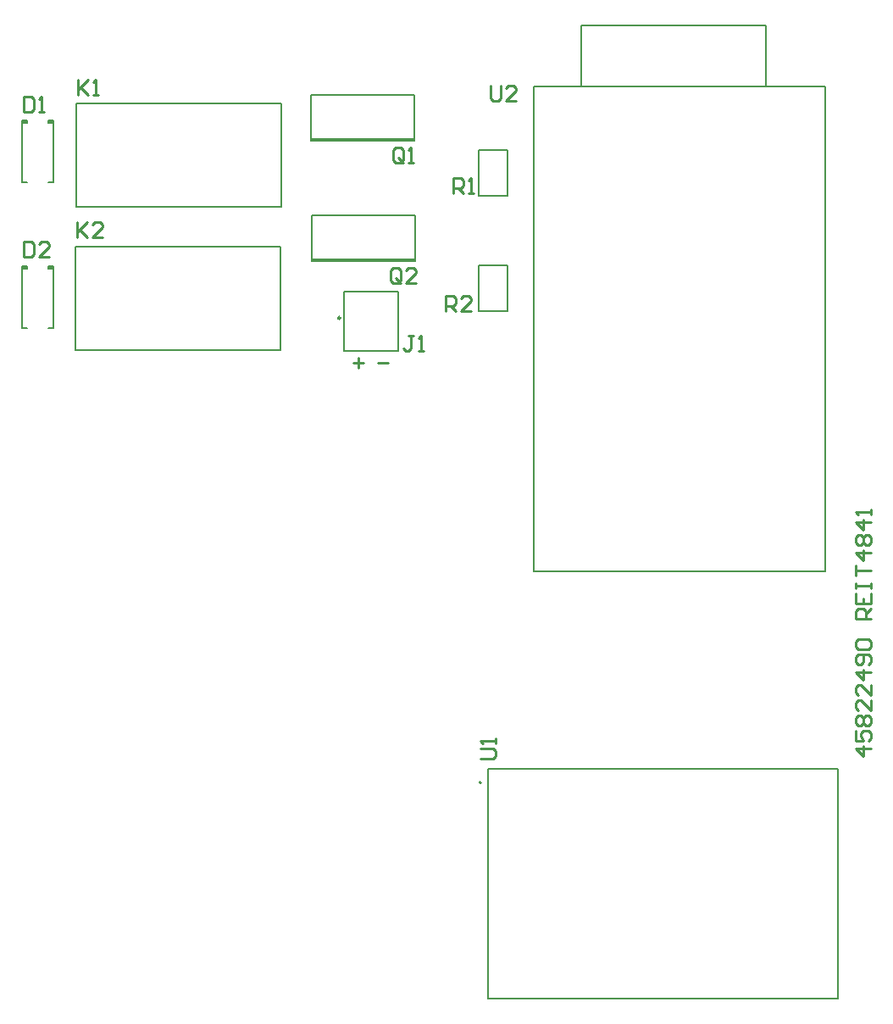
<source format=gto>
G04*
G04 #@! TF.GenerationSoftware,Altium Limited,Altium Designer,21.7.2 (23)*
G04*
G04 Layer_Color=65535*
%FSLAX25Y25*%
%MOIN*%
G70*
G04*
G04 #@! TF.SameCoordinates,BCDA84E1-426D-41BB-A13D-26443B01BCB4*
G04*
G04*
G04 #@! TF.FilePolarity,Positive*
G04*
G01*
G75*
%ADD10C,0.00787*%
%ADD11C,0.00984*%
%ADD12C,0.00500*%
%ADD13C,0.01000*%
%ADD14R,0.02264X0.01378*%
%ADD15R,0.02165X0.01378*%
D10*
X595669Y193307D02*
G03*
X595669Y193307I-394J0D01*
G01*
X594882Y424016D02*
X605905D01*
Y442126D01*
X594882Y424016D02*
Y442126D01*
X605905D01*
X594882Y396850D02*
X605905D01*
X594882Y378740D02*
Y396850D01*
X605905Y378740D02*
Y396850D01*
X594882Y378740D02*
X605905D01*
X415158Y453642D02*
X417028D01*
X415158Y429331D02*
Y453642D01*
X425492D02*
X427264D01*
X427362Y442913D02*
Y453642D01*
Y429331D02*
Y442913D01*
X415158Y429331D02*
X417028D01*
X425492D02*
X427264D01*
X425492Y372244D02*
X427264D01*
X415158D02*
X417028D01*
X427362D02*
Y385827D01*
Y396555D01*
X425492D02*
X427264D01*
X415158Y372244D02*
Y396555D01*
X417028D01*
X528740Y446358D02*
X538878D01*
X559154D02*
X569291D01*
X538878D02*
X559154D01*
X528583Y445669D02*
X569528D01*
Y463779D01*
X528583Y445669D02*
Y463779D01*
X569528D01*
X528898Y416535D02*
X569842D01*
X528898Y398425D02*
Y416535D01*
X569842Y398425D02*
Y416535D01*
X528898Y398425D02*
X569842D01*
X539193Y399114D02*
X559469D01*
X569606D01*
X529055D02*
X539193D01*
X541583Y363161D02*
Y386587D01*
Y363161D02*
X562921D01*
Y386587D01*
X541583D02*
X562921D01*
X516693Y363543D02*
Y404174D01*
X436063Y363543D02*
Y404174D01*
Y363543D02*
X516693D01*
X436063Y404174D02*
X516693D01*
X517126Y419882D02*
Y460512D01*
X436496Y419882D02*
Y460512D01*
Y419882D02*
X517126D01*
X436496Y460512D02*
X517126D01*
X707874Y467126D02*
Y491142D01*
X634941D02*
X707874D01*
X634941Y467323D02*
Y491142D01*
X670728Y467047D02*
X675728D01*
X616240Y276378D02*
Y467047D01*
Y276378D02*
X731201D01*
X731201Y467047D02*
X731201Y276378D01*
X675728Y467047D02*
X731201D01*
X616240D02*
X670728D01*
D11*
X540343Y376055D02*
G03*
X540343Y376055I-492J0D01*
G01*
D12*
X598425Y198819D02*
X736221D01*
Y108268D02*
Y198819D01*
X598425Y108268D02*
Y198819D01*
Y108268D02*
X736221D01*
D13*
X555134Y358283D02*
X559133D01*
X545291Y358314D02*
X549290D01*
X547291Y360314D02*
Y356315D01*
X749000Y206755D02*
X743002D01*
X746001Y203756D01*
Y207755D01*
X743002Y213753D02*
Y209754D01*
X746001D01*
X745001Y211753D01*
Y212753D01*
X746001Y213753D01*
X748000D01*
X749000Y212753D01*
Y210754D01*
X748000Y209754D01*
X744002Y215752D02*
X743002Y216752D01*
Y218751D01*
X744002Y219751D01*
X745001D01*
X746001Y218751D01*
X747001Y219751D01*
X748000D01*
X749000Y218751D01*
Y216752D01*
X748000Y215752D01*
X747001D01*
X746001Y216752D01*
X745001Y215752D01*
X744002D01*
X746001Y216752D02*
Y218751D01*
X749000Y225749D02*
Y221750D01*
X745001Y225749D01*
X744002D01*
X743002Y224749D01*
Y222750D01*
X744002Y221750D01*
X749000Y231747D02*
Y227748D01*
X745001Y231747D01*
X744002D01*
X743002Y230747D01*
Y228748D01*
X744002Y227748D01*
X749000Y236745D02*
X743002D01*
X746001Y233746D01*
Y237745D01*
X748000Y239744D02*
X749000Y240744D01*
Y242743D01*
X748000Y243743D01*
X744002D01*
X743002Y242743D01*
Y240744D01*
X744002Y239744D01*
X745001D01*
X746001Y240744D01*
Y243743D01*
X744002Y245742D02*
X743002Y246742D01*
Y248741D01*
X744002Y249741D01*
X748000D01*
X749000Y248741D01*
Y246742D01*
X748000Y245742D01*
X744002D01*
X749000Y257738D02*
X743002D01*
Y260737D01*
X744002Y261737D01*
X746001D01*
X747001Y260737D01*
Y257738D01*
Y259738D02*
X749000Y261737D01*
X743002Y267735D02*
Y263737D01*
X749000D01*
Y267735D01*
X746001Y263737D02*
Y265736D01*
X743002Y269735D02*
Y271734D01*
Y270734D01*
X749000D01*
Y269735D01*
Y271734D01*
X743002Y274733D02*
Y278732D01*
Y276732D01*
X749000D01*
Y283730D02*
X743002D01*
X746001Y280731D01*
Y284730D01*
X744002Y286729D02*
X743002Y287729D01*
Y289728D01*
X744002Y290728D01*
X745001D01*
X746001Y289728D01*
X747001Y290728D01*
X748000D01*
X749000Y289728D01*
Y287729D01*
X748000Y286729D01*
X747001D01*
X746001Y287729D01*
X745001Y286729D01*
X744002D01*
X746001Y287729D02*
Y289728D01*
X749000Y295726D02*
X743002D01*
X746001Y292727D01*
Y296726D01*
X749000Y298725D02*
Y300725D01*
Y299725D01*
X743002D01*
X744002Y298725D01*
X599332Y467566D02*
Y462568D01*
X600332Y461568D01*
X602331D01*
X603331Y462568D01*
Y467566D01*
X609329Y461568D02*
X605330D01*
X609329Y465567D01*
Y466566D01*
X608329Y467566D01*
X606330D01*
X605330Y466566D01*
X437100Y469898D02*
Y463900D01*
Y465899D01*
X441099Y469898D01*
X438100Y466899D01*
X441099Y463900D01*
X443098D02*
X445097D01*
X444098D01*
Y469898D01*
X443098Y468898D01*
X595426Y202694D02*
X600424D01*
X601424Y203694D01*
Y205693D01*
X600424Y206693D01*
X595426D01*
X601424Y208692D02*
Y210692D01*
Y209692D01*
X595426D01*
X596426Y208692D01*
X581616Y378891D02*
Y384889D01*
X584615D01*
X585614Y383889D01*
Y381890D01*
X584615Y380890D01*
X581616D01*
X583615D02*
X585614Y378891D01*
X591613D02*
X587614D01*
X591613Y382889D01*
Y383889D01*
X590613Y384889D01*
X588614D01*
X587614Y383889D01*
X584584Y425052D02*
Y431050D01*
X587583D01*
X588583Y430051D01*
Y428051D01*
X587583Y427051D01*
X584584D01*
X586583D02*
X588583Y425052D01*
X590582D02*
X592581D01*
X591582D01*
Y431050D01*
X590582Y430051D01*
X563961Y390717D02*
Y394716D01*
X562961Y395716D01*
X560962D01*
X559962Y394716D01*
Y390717D01*
X560962Y389718D01*
X562961D01*
X561962Y391717D02*
X563961Y389718D01*
X562961D02*
X563961Y390717D01*
X569959Y389718D02*
X565960D01*
X569959Y393716D01*
Y394716D01*
X568959Y395716D01*
X566960D01*
X565960Y394716D01*
X564961Y437961D02*
Y441960D01*
X563961Y442960D01*
X561962D01*
X560962Y441960D01*
Y437961D01*
X561962Y436962D01*
X563961D01*
X562961Y438961D02*
X564961Y436962D01*
X563961D02*
X564961Y437961D01*
X566960Y436962D02*
X568959D01*
X567960D01*
Y442960D01*
X566960Y441960D01*
X436700Y413598D02*
Y407600D01*
Y409599D01*
X440699Y413598D01*
X437700Y410599D01*
X440699Y407600D01*
X446697D02*
X442698D01*
X446697Y411599D01*
Y412598D01*
X445697Y413598D01*
X443698D01*
X442698Y412598D01*
X568898Y369141D02*
X566898D01*
X567898D01*
Y364142D01*
X566898Y363143D01*
X565899D01*
X564899Y364142D01*
X570897Y363143D02*
X572896D01*
X571897D01*
Y369141D01*
X570897Y368141D01*
X415800Y406098D02*
Y400100D01*
X418799D01*
X419799Y401100D01*
Y405098D01*
X418799Y406098D01*
X415800D01*
X425797Y400100D02*
X421798D01*
X425797Y404099D01*
Y405098D01*
X424797Y406098D01*
X422798D01*
X421798Y405098D01*
X415800Y463098D02*
Y457100D01*
X418799D01*
X419799Y458100D01*
Y462098D01*
X418799Y463098D01*
X415800D01*
X421798Y457100D02*
X423797D01*
X422798D01*
Y463098D01*
X421798Y462098D01*
D14*
X416289Y452953D02*
D03*
Y395866D02*
D03*
D15*
X426181Y452953D02*
D03*
X426181Y395866D02*
D03*
M02*

</source>
